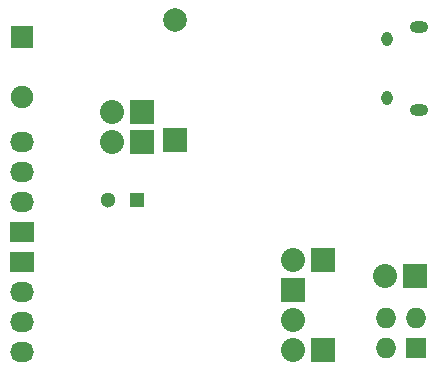
<source format=gbr>
G04 #@! TF.FileFunction,Soldermask,Bot*
%FSLAX46Y46*%
G04 Gerber Fmt 4.6, Leading zero omitted, Abs format (unit mm)*
G04 Created by KiCad (PCBNEW 4.0.1-stable) date 24/03/2016 3:42:33 PM*
%MOMM*%
G01*
G04 APERTURE LIST*
%ADD10C,0.100000*%
%ADD11C,1.300000*%
%ADD12R,1.300000X1.300000*%
%ADD13C,1.998980*%
%ADD14R,1.998980X1.998980*%
%ADD15R,1.905000X1.905000*%
%ADD16C,1.905000*%
%ADD17R,2.032000X2.032000*%
%ADD18O,2.032000X2.032000*%
%ADD19O,0.950000X1.250000*%
%ADD20O,1.550000X1.000000*%
%ADD21R,2.032000X1.727200*%
%ADD22O,2.032000X1.727200*%
%ADD23R,1.727200X1.727200*%
%ADD24O,1.727200X1.727200*%
G04 APERTURE END LIST*
D10*
D11*
X87670000Y-111760000D03*
D12*
X90170000Y-111760000D03*
D13*
X93342460Y-96520000D03*
D14*
X93342460Y-106680000D03*
D15*
X80444800Y-97917000D03*
D16*
X80444800Y-102997000D03*
D17*
X105918000Y-124460000D03*
D18*
X103378000Y-124460000D03*
D19*
X111340460Y-103110300D03*
X111340460Y-98110300D03*
D20*
X114040460Y-104110300D03*
X114040460Y-97110300D03*
D21*
X80444800Y-114427000D03*
D22*
X80444800Y-111887000D03*
X80444800Y-109347000D03*
X80444800Y-106807000D03*
D23*
X113795000Y-124307600D03*
D24*
X111255000Y-124307600D03*
X113795000Y-121767600D03*
X111255000Y-121767600D03*
D17*
X105918000Y-116840000D03*
D18*
X103378000Y-116840000D03*
D21*
X80444800Y-116967000D03*
D22*
X80444800Y-119507000D03*
X80444800Y-122047000D03*
X80444800Y-124587000D03*
D17*
X113706100Y-118224300D03*
D18*
X111166100Y-118224300D03*
D17*
X103378000Y-119380000D03*
D18*
X103378000Y-121920000D03*
D17*
X90604800Y-106807000D03*
D18*
X88064800Y-106807000D03*
D17*
X90604800Y-104267000D03*
D18*
X88064800Y-104267000D03*
M02*

</source>
